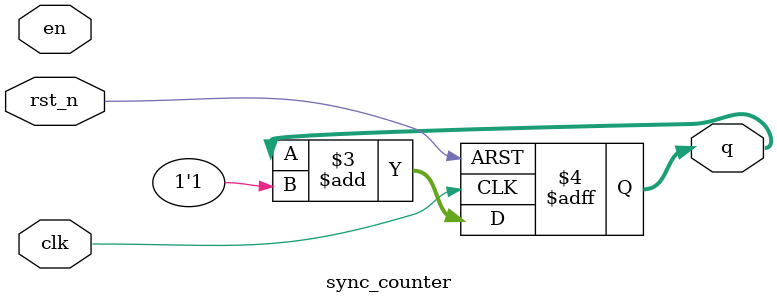
<source format=v>
`timescale 1ns / 1ps


module sync_counter(
    input clk,
    input rst_n,
    input en,
    output reg [3:0] q
    );
    always @ (posedge clk or negedge rst_n) begin
        if (rst_n == 1'b0) begin
            q <= 4'b0000;
        end else begin 
            q <= q+1'b1;
        end
    end
    
endmodule

</source>
